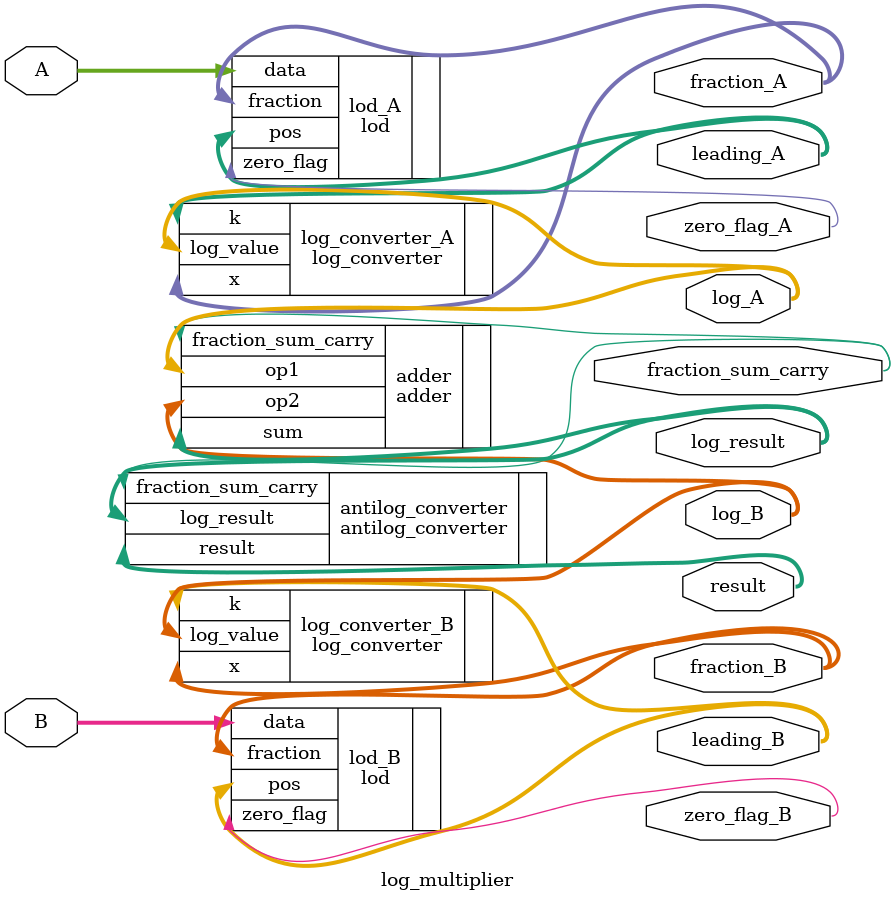
<source format=sv>
module log_multiplier(
	input  bit [7:0]	A, B,
	output bit		 	zero_flag_A, zero_flag_B,
	output bit [2:0]	leading_A, leading_B, 
	output bit [6:0]	fraction_A, fraction_B,
	output bit [9:0]	log_A, log_B,
	output bit			fraction_sum_carry,
	output bit [10:0]	log_result,
	output bit [15:0] result
	);
	
	// LOD
	lod lod_A(
		.data(A),
		.zero_flag(zero_flag_A),
		.pos(leading_A),
		.fraction(fraction_A)
	);
	
	lod lod_B(
		.data(B),
		.zero_flag(zero_flag_B),
		.pos(leading_B),
		.fraction(fraction_B)
	);
	
	// Logarithmic Converter
	log_converter log_converter_A(
		.k(leading_A),
		.x(fraction_A),
		.log_value(log_A)
	);
	
	log_converter log_converter_B(
		.k(leading_B),
		.x(fraction_B),
		.log_value(log_B)
	);
	
	// Adder
	adder adder(
		.op1(log_A),
		.op2(log_B),
		.fraction_sum_carry(fraction_sum_carry),
		.sum(log_result)
	);
	
	// Antilogarithmic Converter
	antilog_converter antilog_converter(
		.log_result(log_result),
		.fraction_sum_carry(fraction_sum_carry),
		.result(result)
	);
endmodule

</source>
